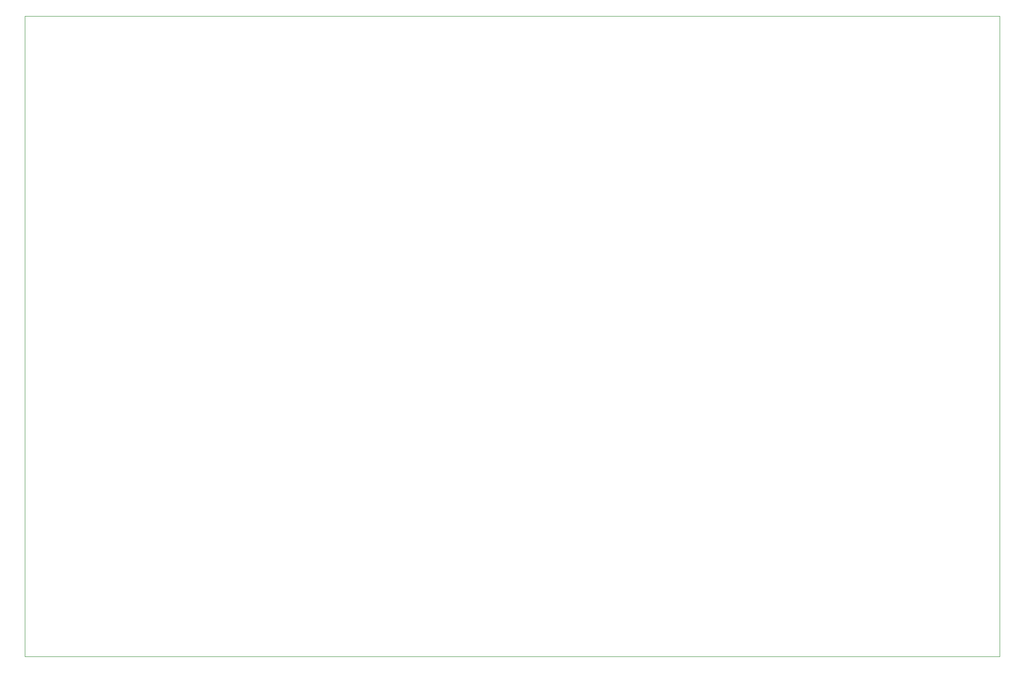
<source format=gbr>
G04 #@! TF.GenerationSoftware,KiCad,Pcbnew,(5.99.0-11749-g6427197962)*
G04 #@! TF.CreationDate,2021-09-04T15:49:30+10:00*
G04 #@! TF.ProjectId,Mainboard,4d61696e-626f-4617-9264-2e6b69636164,rev?*
G04 #@! TF.SameCoordinates,Original*
G04 #@! TF.FileFunction,Profile,NP*
%FSLAX46Y46*%
G04 Gerber Fmt 4.6, Leading zero omitted, Abs format (unit mm)*
G04 Created by KiCad (PCBNEW (5.99.0-11749-g6427197962)) date 2021-09-04 15:49:30*
%MOMM*%
%LPD*%
G01*
G04 APERTURE LIST*
G04 #@! TA.AperFunction,Profile*
%ADD10C,0.100000*%
G04 #@! TD*
G04 APERTURE END LIST*
D10*
X239839000Y-159703000D02*
X60261000Y-159703000D01*
X60261000Y-159703000D02*
X60261000Y-41593000D01*
X60261000Y-41593000D02*
X239839000Y-41593000D01*
X239839000Y-41593000D02*
X239839000Y-159703000D01*
M02*

</source>
